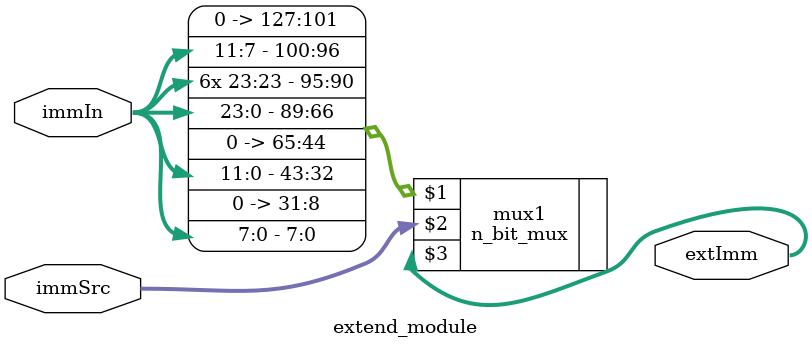
<source format=sv>
module extend_module(
    input logic [23:0] immIn, 
    input logic [1:0] immSrc,
    output logic [31:0] extImm
);
	
n_bit_mux #(32,2) mux1({{27'b0, immIn[11:7]}, {immIn[23], immIn[23], immIn[23], immIn[23], immIn[23], immIn[23], immIn, 2'b0}, {20'b0,immIn[11:0]}, {24'b0,immIn[7:0]}}, immSrc, extImm);
	
endmodule 
</source>
